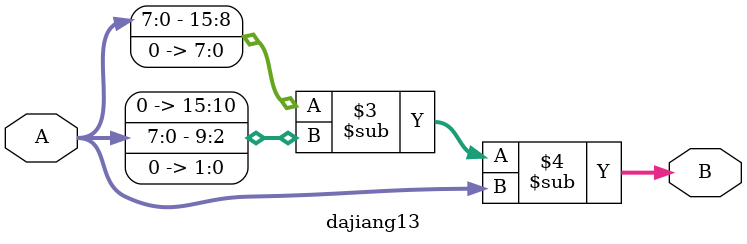
<source format=v>
`timescale 1ns/1ns

module dajiang13(
    input  [7:0]    A,
    output [15:0]   B
	);

//*************code***********//
assign B = (A << 8) - (A << 2) - A;

//*************code***********//

endmodule
</source>
